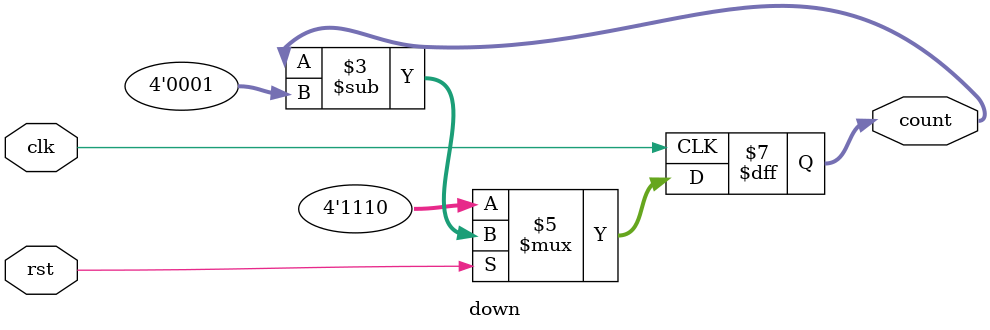
<source format=v>
module down(input clk,rst,output reg[3:0]count);
always @(posedge clk)begin
if(!rst)begin
count<=4'b1110;
end
else begin
count<=count-4'b0001;
end
end
endmodule

</source>
